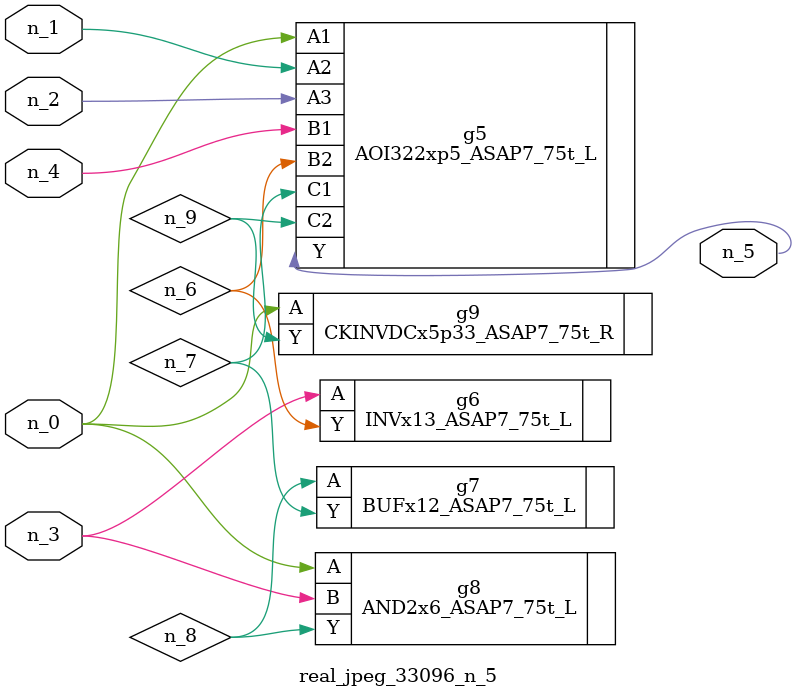
<source format=v>
module real_jpeg_33096_n_5 (n_4, n_0, n_1, n_2, n_3, n_5);

input n_4;
input n_0;
input n_1;
input n_2;
input n_3;

output n_5;

wire n_8;
wire n_6;
wire n_7;
wire n_9;

AOI322xp5_ASAP7_75t_L g5 ( 
.A1(n_0),
.A2(n_1),
.A3(n_2),
.B1(n_4),
.B2(n_6),
.C1(n_7),
.C2(n_9),
.Y(n_5)
);

AND2x6_ASAP7_75t_L g8 ( 
.A(n_0),
.B(n_3),
.Y(n_8)
);

CKINVDCx5p33_ASAP7_75t_R g9 ( 
.A(n_0),
.Y(n_9)
);

INVx13_ASAP7_75t_L g6 ( 
.A(n_3),
.Y(n_6)
);

BUFx12_ASAP7_75t_L g7 ( 
.A(n_8),
.Y(n_7)
);


endmodule
</source>
